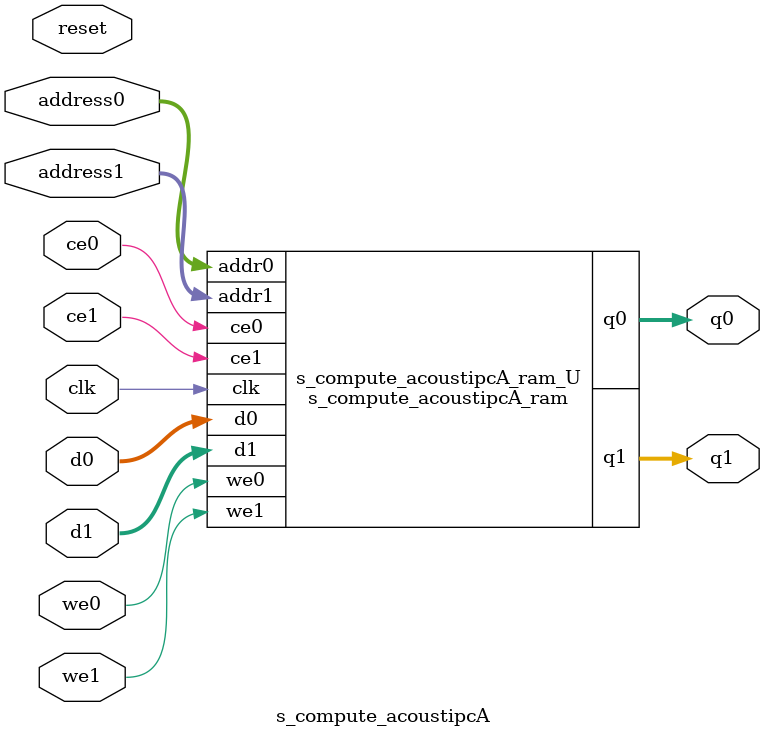
<source format=v>

`timescale 1 ns / 1 ps
module s_compute_acoustipcA_ram (addr0, ce0, d0, we0, q0, addr1, ce1, d1, we1, q1,  clk);

parameter DWIDTH = 64;
parameter AWIDTH = 14;
parameter MEM_SIZE = 10000;

input[AWIDTH-1:0] addr0;
input ce0;
input[DWIDTH-1:0] d0;
input we0;
output reg[DWIDTH-1:0] q0;
input[AWIDTH-1:0] addr1;
input ce1;
input[DWIDTH-1:0] d1;
input we1;
output reg[DWIDTH-1:0] q1;
input clk;

(* ram_style = "block" *)reg [DWIDTH-1:0] ram[0:MEM_SIZE-1];




always @(posedge clk)  
begin 
    if (ce0) 
    begin
        if (we0) 
        begin 
            ram[addr0] <= d0; 
            q0 <= d0;
        end 
        else 
            q0 <= ram[addr0];
    end
end


always @(posedge clk)  
begin 
    if (ce1) 
    begin
        if (we1) 
        begin 
            ram[addr1] <= d1; 
            q1 <= d1;
        end 
        else 
            q1 <= ram[addr1];
    end
end


endmodule


`timescale 1 ns / 1 ps
module s_compute_acoustipcA(
    reset,
    clk,
    address0,
    ce0,
    we0,
    d0,
    q0,
    address1,
    ce1,
    we1,
    d1,
    q1);

parameter DataWidth = 32'd64;
parameter AddressRange = 32'd10000;
parameter AddressWidth = 32'd14;
input reset;
input clk;
input[AddressWidth - 1:0] address0;
input ce0;
input we0;
input[DataWidth - 1:0] d0;
output[DataWidth - 1:0] q0;
input[AddressWidth - 1:0] address1;
input ce1;
input we1;
input[DataWidth - 1:0] d1;
output[DataWidth - 1:0] q1;



s_compute_acoustipcA_ram s_compute_acoustipcA_ram_U(
    .clk( clk ),
    .addr0( address0 ),
    .ce0( ce0 ),
    .d0( d0 ),
    .we0( we0 ),
    .q0( q0 ),
    .addr1( address1 ),
    .ce1( ce1 ),
    .d1( d1 ),
    .we1( we1 ),
    .q1( q1 ));

endmodule


</source>
